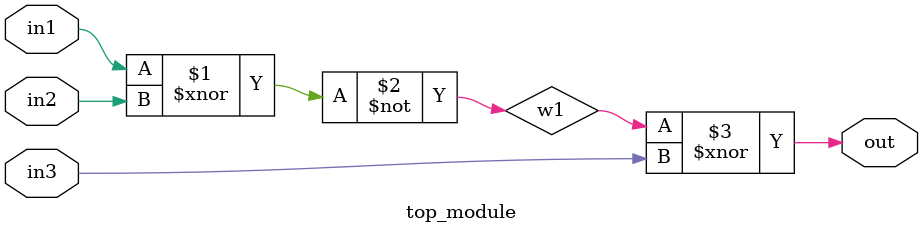
<source format=v>
module top_module (
    input in1,
    input in2,
    input in3,
    output out);
    wire w1;
    assign w1=~(in1~^in2);
    assign out=(w1~^in3);
endmodule

</source>
